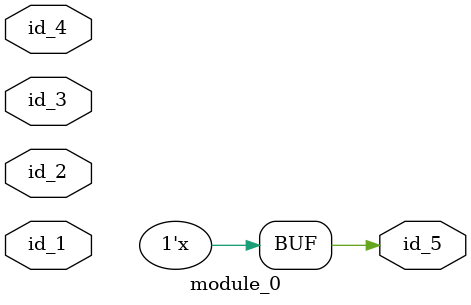
<source format=v>
module module_0 (
    id_1,
    id_2,
    id_3,
    id_4,
    id_5
);
  output id_5;
  input id_4;
  input id_3;
  input id_2;
  input id_1;
  assign id_5 = id_1[1];
endmodule

</source>
